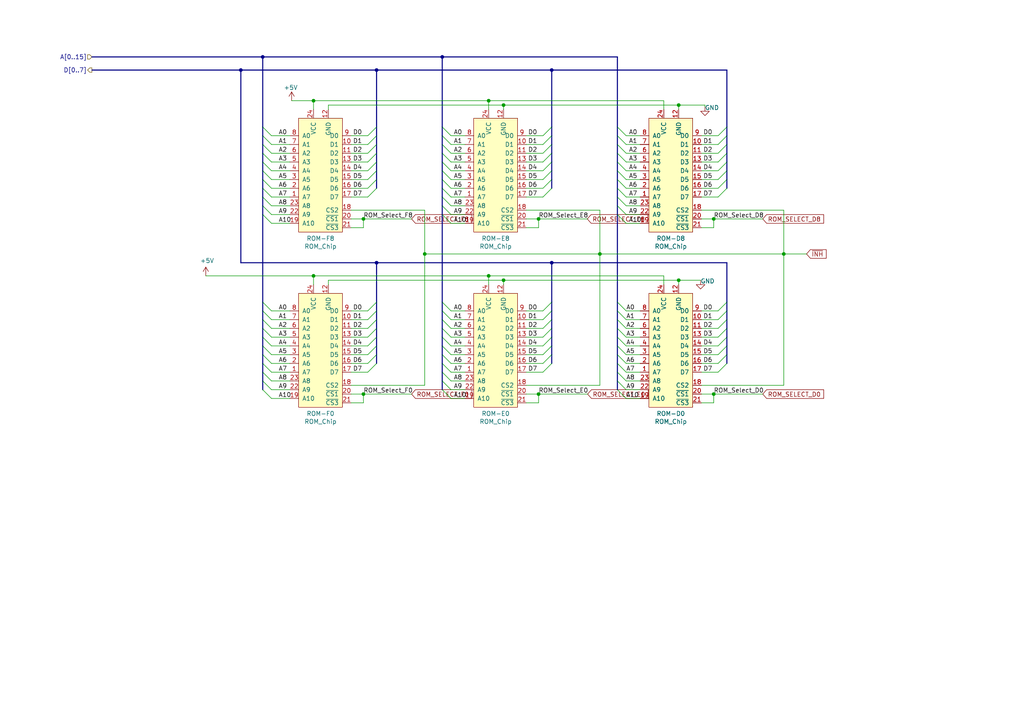
<source format=kicad_sch>
(kicad_sch (version 20231120) (generator "eeschema") (generator_version "8.0")
  (paper "A4")
  (title_block (title "Apple II Schematic") (rev "0") (comment 1 "Captured from the Apple II Reference Manual (1979)"))
  (lib_symbols
    (symbol "AppleII+:ROM_Chip" (pin_names (offset 1.016))
      (property "Reference" "U" (at 5.842 21.59 0))
      (property "Value" "ROM_Chip" (at 3.048 -13.97 0))
      (symbol "ROM_Chip_0_1"
        (rectangle (start -5.08 20.32) (end 7.62 -12.7) (fill (type background)))
      )
      (symbol "ROM_Chip_1_1"
        (pin input line (at -7.62 -2.54 0) (length 2.54) (name "A7") (number "1"))
        (pin output line (at 10.16 12.7 180) (length 2.54) (name "D1") (number "10"))
        (pin output line (at 10.16 10.16 180) (length 2.54) (name "D2") (number "11"))
        (pin power_in line (at 3.556 22.86 270) (length 2.54) (name "GND") (number "12"))
        (pin output line (at 10.16 7.62 180) (length 2.54) (name "D3") (number "13"))
        (pin output line (at 10.16 5.08 180) (length 2.54) (name "D4") (number "14"))
        (pin output line (at 10.16 2.54 180) (length 2.54) (name "D5") (number "15"))
        (pin output line (at 10.16 0 180) (length 2.54) (name "D6") (number "16"))
        (pin output line (at 10.16 -2.54 180) (length 2.54) (name "D7") (number "17"))
        (pin input line (at 10.16 -6.35 180) (length 2.54) (name "CS2") (number "18"))
        (pin input line (at -7.62 -10.16 0) (length 2.54) (name "A10") (number "19"))
        (pin input line (at -7.62 0 0) (length 2.54) (name "A6") (number "2"))
        (pin input line (at 10.16 -8.89 180) (length 2.54) (name "~{CS1}") (number "20"))
        (pin input line (at 10.16 -11.43 180) (length 2.54) (name "~{CS3}") (number "21"))
        (pin input line (at -7.62 -7.62 0) (length 2.54) (name "A9") (number "22"))
        (pin input line (at -7.62 -5.08 0) (length 2.54) (name "A8") (number "23"))
        (pin power_in line (at -0.762 22.86 270) (length 2.54) (name "VCC") (number "24"))
        (pin input line (at -7.62 2.54 0) (length 2.54) (name "A5") (number "3"))
        (pin input line (at -7.62 5.08 0) (length 2.54) (name "A4") (number "4"))
        (pin input line (at -7.62 7.62 0) (length 2.54) (name "A3") (number "5"))
        (pin input line (at -7.62 10.16 0) (length 2.54) (name "A2") (number "6"))
        (pin input line (at -7.62 12.7 0) (length 2.54) (name "A1") (number "7"))
        (pin input line (at -7.62 15.24 0) (length 2.54) (name "A0") (number "8"))
        (pin output line (at 10.16 15.24 180) (length 2.54) (name "D0") (number "9"))
      )
    )
    (symbol "power:+5V" (power) (pin_names (offset 0))
      (property "Value" "+5V" (at 0 3.556 0))
      (symbol "+5V_0_1"
        (polyline (pts (xy -0.762 1.27) (xy 0 2.54)))
        (polyline (pts (xy 0 0) (xy 0 2.54)))
        (polyline (pts (xy 0 2.54) (xy 0.762 1.27)))
      )
      (symbol "+5V_1_1"
        (pin power_in line (at 0 0 90) (length 0) hide (name "+5V") (number "1"))
      )
    )
    (symbol "power:GND" (power) (pin_names (offset 0))
      (property "Value" "GND" (at 0 -3.81 0))
      (symbol "GND_0_1"
        (polyline (pts (xy 0 0) (xy 0 -1.27) (xy 1.27 -1.27) (xy 0 -2.54) (xy -1.27 -1.27) (xy 0 -1.27)))
      )
      (symbol "GND_1_1"
        (pin power_in line (at 0 0 270) (length 0) hide (name "GND") (number "1"))
      )
    )
  )
  (junction (at 90.932 29.21))
  (junction (at 156.21 114.3))
  (junction (at 105.41 114.3))
  (junction (at 141.732 29.21))
  (junction (at 146.05 30.48))
  (junction (at 156.21 63.5))
  (junction (at 173.99 73.66))
  (junction (at 123.19 73.66))
  (junction (at 207.01 63.5))
  (junction (at 109.22 20.32))
  (junction (at 160.02 76.2))
  (junction (at 141.732 80.01))
  (junction (at 69.85 20.32))
  (junction (at 196.85 81.28))
  (junction (at 109.22 76.2))
  (junction (at 227.33 73.66))
  (junction (at 196.85 30.48))
  (junction (at 90.932 80.01))
  (junction (at 105.41 63.5))
  (junction (at 160.02 20.32))
  (junction (at 207.01 114.3))
  (junction (at 128.27 16.51))
  (junction (at 76.2 16.51))
  (junction (at 146.05 81.28))
  (bus_entry (at 128.27 92.71) (size 2.54 2.54))
  (bus_entry (at 179.07 39.37) (size 2.54 2.54))
  (bus_entry (at 160.02 44.45) (size -2.54 2.54))
  (bus_entry (at 160.02 87.63) (size -2.54 2.54))
  (bus_entry (at 128.27 41.91) (size 2.54 2.54))
  (bus_entry (at 76.2 90.17) (size 2.54 2.54))
  (bus_entry (at 179.07 54.61) (size 2.54 2.54))
  (bus_entry (at 210.82 39.37) (size -2.54 2.54))
  (bus_entry (at 128.27 90.17) (size 2.54 2.54))
  (bus_entry (at 179.07 36.83) (size 2.54 2.54))
  (bus_entry (at 160.02 46.99) (size -2.54 2.54))
  (bus_entry (at 210.82 90.17) (size -2.54 2.54))
  (bus_entry (at 109.22 54.61) (size -2.54 2.54))
  (bus_entry (at 179.07 57.15) (size 2.54 2.54))
  (bus_entry (at 109.22 102.87) (size -2.54 2.54))
  (bus_entry (at 179.07 92.71) (size 2.54 2.54))
  (bus_entry (at 210.82 92.71) (size -2.54 2.54))
  (bus_entry (at 128.27 95.25) (size 2.54 2.54))
  (bus_entry (at 76.2 92.71) (size 2.54 2.54))
  (bus_entry (at 128.27 100.33) (size 2.54 2.54))
  (bus_entry (at 76.2 59.69) (size 2.54 2.54))
  (bus_entry (at 128.27 39.37) (size 2.54 2.54))
  (bus_entry (at 160.02 39.37) (size -2.54 2.54))
  (bus_entry (at 109.22 46.99) (size -2.54 2.54))
  (bus_entry (at 210.82 41.91) (size -2.54 2.54))
  (bus_entry (at 76.2 39.37) (size 2.54 2.54))
  (bus_entry (at 128.27 44.45) (size 2.54 2.54))
  (bus_entry (at 210.82 97.79) (size -2.54 2.54))
  (bus_entry (at 160.02 92.71) (size -2.54 2.54))
  (bus_entry (at 160.02 52.07) (size -2.54 2.54))
  (bus_entry (at 109.22 95.25) (size -2.54 2.54))
  (bus_entry (at 76.2 102.87) (size 2.54 2.54))
  (bus_entry (at 179.07 102.87) (size 2.54 2.54))
  (bus_entry (at 109.22 100.33) (size -2.54 2.54))
  (bus_entry (at 210.82 44.45) (size -2.54 2.54))
  (bus_entry (at 128.27 113.03) (size 2.54 2.54))
  (bus_entry (at 210.82 105.41) (size -2.54 2.54))
  (bus_entry (at 179.07 62.23) (size 2.54 2.54))
  (bus_entry (at 179.07 46.99) (size 2.54 2.54))
  (bus_entry (at 76.2 110.49) (size 2.54 2.54))
  (bus_entry (at 128.27 97.79) (size 2.54 2.54))
  (bus_entry (at 109.22 92.71) (size -2.54 2.54))
  (bus_entry (at 76.2 97.79) (size 2.54 2.54))
  (bus_entry (at 76.2 95.25) (size 2.54 2.54))
  (bus_entry (at 210.82 87.63) (size -2.54 2.54))
  (bus_entry (at 109.22 105.41) (size -2.54 2.54))
  (bus_entry (at 179.07 41.91) (size 2.54 2.54))
  (bus_entry (at 210.82 49.53) (size -2.54 2.54))
  (bus_entry (at 128.27 105.41) (size 2.54 2.54))
  (bus_entry (at 128.27 54.61) (size 2.54 2.54))
  (bus_entry (at 179.07 59.69) (size 2.54 2.54))
  (bus_entry (at 76.2 52.07) (size 2.54 2.54))
  (bus_entry (at 179.07 100.33) (size 2.54 2.54))
  (bus_entry (at 109.22 97.79) (size -2.54 2.54))
  (bus_entry (at 160.02 36.83) (size -2.54 2.54))
  (bus_entry (at 76.2 44.45) (size 2.54 2.54))
  (bus_entry (at 179.07 87.63) (size 2.54 2.54))
  (bus_entry (at 128.27 59.69) (size 2.54 2.54))
  (bus_entry (at 179.07 97.79) (size 2.54 2.54))
  (bus_entry (at 179.07 49.53) (size 2.54 2.54))
  (bus_entry (at 76.2 36.83) (size 2.54 2.54))
  (bus_entry (at 76.2 105.41) (size 2.54 2.54))
  (bus_entry (at 210.82 36.83) (size -2.54 2.54))
  (bus_entry (at 76.2 57.15) (size 2.54 2.54))
  (bus_entry (at 76.2 49.53) (size 2.54 2.54))
  (bus_entry (at 128.27 57.15) (size 2.54 2.54))
  (bus_entry (at 109.22 52.07) (size -2.54 2.54))
  (bus_entry (at 179.07 107.95) (size 2.54 2.54))
  (bus_entry (at 179.07 95.25) (size 2.54 2.54))
  (bus_entry (at 76.2 113.03) (size 2.54 2.54))
  (bus_entry (at 160.02 90.17) (size -2.54 2.54))
  (bus_entry (at 160.02 100.33) (size -2.54 2.54))
  (bus_entry (at 76.2 41.91) (size 2.54 2.54))
  (bus_entry (at 210.82 52.07) (size -2.54 2.54))
  (bus_entry (at 128.27 62.23) (size 2.54 2.54))
  (bus_entry (at 109.22 36.83) (size -2.54 2.54))
  (bus_entry (at 179.07 90.17) (size 2.54 2.54))
  (bus_entry (at 160.02 102.87) (size -2.54 2.54))
  (bus_entry (at 109.22 41.91) (size -2.54 2.54))
  (bus_entry (at 210.82 95.25) (size -2.54 2.54))
  (bus_entry (at 109.22 90.17) (size -2.54 2.54))
  (bus_entry (at 128.27 102.87) (size 2.54 2.54))
  (bus_entry (at 210.82 100.33) (size -2.54 2.54))
  (bus_entry (at 128.27 46.99) (size 2.54 2.54))
  (bus_entry (at 160.02 95.25) (size -2.54 2.54))
  (bus_entry (at 210.82 102.87) (size -2.54 2.54))
  (bus_entry (at 210.82 46.99) (size -2.54 2.54))
  (bus_entry (at 76.2 107.95) (size 2.54 2.54))
  (bus_entry (at 128.27 107.95) (size 2.54 2.54))
  (bus_entry (at 179.07 110.49) (size 2.54 2.54))
  (bus_entry (at 179.07 44.45) (size 2.54 2.54))
  (bus_entry (at 76.2 87.63) (size 2.54 2.54))
  (bus_entry (at 160.02 49.53) (size -2.54 2.54))
  (bus_entry (at 109.22 49.53) (size -2.54 2.54))
  (bus_entry (at 210.82 54.61) (size -2.54 2.54))
  (bus_entry (at 76.2 54.61) (size 2.54 2.54))
  (bus_entry (at 76.2 100.33) (size 2.54 2.54))
  (bus_entry (at 109.22 39.37) (size -2.54 2.54))
  (bus_entry (at 160.02 97.79) (size -2.54 2.54))
  (bus_entry (at 109.22 44.45) (size -2.54 2.54))
  (bus_entry (at 128.27 52.07) (size 2.54 2.54))
  (bus_entry (at 179.07 52.07) (size 2.54 2.54))
  (bus_entry (at 128.27 49.53) (size 2.54 2.54))
  (bus_entry (at 76.2 62.23) (size 2.54 2.54))
  (bus_entry (at 160.02 41.91) (size -2.54 2.54))
  (bus_entry (at 128.27 87.63) (size 2.54 2.54))
  (bus_entry (at 160.02 54.61) (size -2.54 2.54))
  (bus_entry (at 179.07 113.03) (size 2.54 2.54))
  (bus_entry (at 76.2 46.99) (size 2.54 2.54))
  (bus_entry (at 128.27 36.83) (size 2.54 2.54))
  (bus_entry (at 128.27 110.49) (size 2.54 2.54))
  (bus_entry (at 160.02 105.41) (size -2.54 2.54))
  (bus_entry (at 109.22 87.63) (size -2.54 2.54))
  (bus_entry (at 179.07 105.41) (size 2.54 2.54))
  (bus (pts (xy 109.22 76.2) (xy 69.85 76.2)))
  (wire (pts (xy 203.454 114.3) (xy 207.01 114.3)))
  (wire (pts (xy 152.654 54.61) (xy 157.48 54.61)))
  (wire (pts (xy 152.654 105.41) (xy 157.48 105.41)))
  (wire (pts (xy 203.454 49.53) (xy 208.28 49.53)))
  (wire (pts (xy 101.854 92.71) (xy 106.68 92.71)))
  (wire (pts (xy 105.41 116.84) (xy 101.854 116.84)))
  (wire (pts (xy 152.654 44.45) (xy 157.48 44.45)))
  (wire (pts (xy 95.25 30.48) (xy 95.25 31.75)))
  (wire (pts (xy 156.21 63.5) (xy 170.434 63.5)))
  (wire (pts (xy 130.81 54.61) (xy 134.874 54.61)))
  (bus (pts (xy 210.82 39.37) (xy 210.82 41.91)))
  (bus (pts (xy 109.22 36.83) (xy 109.22 39.37)))
  (bus (pts (xy 109.22 39.37) (xy 109.22 41.91)))
  (wire (pts (xy 141.732 82.55) (xy 141.732 80.01)))
  (bus (pts (xy 210.82 102.87) (xy 210.82 105.41)))
  (wire (pts (xy 78.74 59.69) (xy 84.074 59.69)))
  (wire (pts (xy 101.854 107.95) (xy 106.68 107.95)))
  (wire (pts (xy 203.454 39.37) (xy 208.28 39.37)))
  (wire (pts (xy 181.61 115.57) (xy 185.674 115.57)))
  (bus (pts (xy 26.67 16.51) (xy 76.2 16.51)))
  (wire (pts (xy 152.654 111.76) (xy 173.99 111.76)))
  (wire (pts (xy 152.654 100.33) (xy 157.48 100.33)))
  (bus (pts (xy 109.22 97.79) (xy 109.22 100.33)))
  (wire (pts (xy 95.25 81.28) (xy 95.25 82.55)))
  (bus (pts (xy 76.2 92.71) (xy 76.2 95.25)))
  (wire (pts (xy 152.654 39.37) (xy 157.48 39.37)))
  (wire (pts (xy 101.854 97.79) (xy 106.68 97.79)))
  (wire (pts (xy 130.81 115.57) (xy 134.874 115.57)))
  (wire (pts (xy 101.854 100.33) (xy 106.68 100.33)))
  (bus (pts (xy 128.27 87.63) (xy 128.27 90.17)))
  (bus (pts (xy 210.82 76.2) (xy 210.82 87.63)))
  (wire (pts (xy 196.85 81.28) (xy 196.85 82.55)))
  (bus (pts (xy 160.02 76.2) (xy 210.82 76.2)))
  (wire (pts (xy 105.41 63.5) (xy 119.38 63.5)))
  (wire (pts (xy 78.74 92.71) (xy 84.074 92.71)))
  (wire (pts (xy 173.99 73.66) (xy 123.19 73.66)))
  (bus (pts (xy 179.07 16.51) (xy 179.07 36.83)))
  (wire (pts (xy 78.74 97.79) (xy 84.074 97.79)))
  (wire (pts (xy 152.654 90.17) (xy 157.48 90.17)))
  (bus (pts (xy 210.82 20.32) (xy 210.82 36.83)))
  (bus (pts (xy 179.07 102.87) (xy 179.07 105.41)))
  (bus (pts (xy 160.02 20.32) (xy 210.82 20.32)))
  (wire (pts (xy 105.41 114.3) (xy 105.41 116.84)))
  (wire (pts (xy 59.69 80.01) (xy 90.932 80.01)))
  (bus (pts (xy 76.2 107.95) (xy 76.2 110.49)))
  (bus (pts (xy 76.2 97.79) (xy 76.2 100.33)))
  (bus (pts (xy 210.82 100.33) (xy 210.82 102.87)))
  (wire (pts (xy 130.81 110.49) (xy 134.874 110.49)))
  (wire (pts (xy 101.854 41.91) (xy 106.68 41.91)))
  (bus (pts (xy 109.22 100.33) (xy 109.22 102.87)))
  (wire (pts (xy 203.454 60.96) (xy 227.33 60.96)))
  (wire (pts (xy 78.74 102.87) (xy 84.074 102.87)))
  (wire (pts (xy 181.61 57.15) (xy 185.674 57.15)))
  (wire (pts (xy 173.99 111.76) (xy 173.99 73.66)))
  (wire (pts (xy 152.654 107.95) (xy 157.48 107.95)))
  (bus (pts (xy 128.27 16.51) (xy 128.27 36.83)))
  (wire (pts (xy 152.654 52.07) (xy 157.48 52.07)))
  (bus (pts (xy 179.07 110.49) (xy 179.07 113.03)))
  (wire (pts (xy 78.74 64.77) (xy 84.074 64.77)))
  (wire (pts (xy 105.41 66.04) (xy 101.854 66.04)))
  (bus (pts (xy 109.22 49.53) (xy 109.22 52.07)))
  (wire (pts (xy 203.454 41.91) (xy 208.28 41.91)))
  (bus (pts (xy 210.82 44.45) (xy 210.82 46.99)))
  (bus (pts (xy 128.27 62.23) (xy 128.27 87.63)))
  (wire (pts (xy 78.74 39.37) (xy 84.074 39.37)))
  (wire (pts (xy 130.81 41.91) (xy 134.874 41.91)))
  (wire (pts (xy 181.61 49.53) (xy 185.674 49.53)))
  (bus (pts (xy 128.27 110.49) (xy 128.27 113.03)))
  (wire (pts (xy 130.81 90.17) (xy 134.874 90.17)))
  (wire (pts (xy 130.81 57.15) (xy 134.874 57.15)))
  (bus (pts (xy 179.07 90.17) (xy 179.07 92.71)))
  (bus (pts (xy 179.07 100.33) (xy 179.07 102.87)))
  (wire (pts (xy 181.61 44.45) (xy 185.674 44.45)))
  (wire (pts (xy 78.74 113.03) (xy 84.074 113.03)))
  (wire (pts (xy 156.21 114.3) (xy 156.21 116.84)))
  (bus (pts (xy 76.2 59.69) (xy 76.2 62.23)))
  (bus (pts (xy 128.27 54.61) (xy 128.27 57.15)))
  (wire (pts (xy 105.41 114.3) (xy 119.38 114.3)))
  (bus (pts (xy 179.07 52.07) (xy 179.07 54.61)))
  (bus (pts (xy 179.07 105.41) (xy 179.07 107.95)))
  (bus (pts (xy 76.2 41.91) (xy 76.2 44.45)))
  (wire (pts (xy 78.74 41.91) (xy 84.074 41.91)))
  (bus (pts (xy 76.2 87.63) (xy 76.2 90.17)))
  (wire (pts (xy 181.61 54.61) (xy 185.674 54.61)))
  (bus (pts (xy 76.2 46.99) (xy 76.2 49.53)))
  (bus (pts (xy 109.22 102.87) (xy 109.22 105.41)))
  (wire (pts (xy 152.654 114.3) (xy 156.21 114.3)))
  (wire (pts (xy 173.99 60.96) (xy 152.654 60.96)))
  (bus (pts (xy 160.02 95.25) (xy 160.02 97.79)))
  (bus (pts (xy 76.2 62.23) (xy 76.2 87.63)))
  (bus (pts (xy 160.02 36.83) (xy 160.02 39.37)))
  (wire (pts (xy 181.61 92.71) (xy 185.674 92.71)))
  (bus (pts (xy 210.82 49.53) (xy 210.82 52.07)))
  (wire (pts (xy 101.854 105.41) (xy 106.68 105.41)))
  (wire (pts (xy 181.61 107.95) (xy 185.674 107.95)))
  (wire (pts (xy 181.61 41.91) (xy 185.674 41.91)))
  (wire (pts (xy 152.654 95.25) (xy 157.48 95.25)))
  (wire (pts (xy 84.582 29.21) (xy 90.932 29.21)))
  (bus (pts (xy 179.07 95.25) (xy 179.07 97.79)))
  (wire (pts (xy 152.654 92.71) (xy 157.48 92.71)))
  (bus (pts (xy 109.22 76.2) (xy 160.02 76.2)))
  (wire (pts (xy 203.454 100.33) (xy 208.28 100.33)))
  (bus (pts (xy 76.2 95.25) (xy 76.2 97.79)))
  (wire (pts (xy 203.454 63.5) (xy 207.01 63.5)))
  (bus (pts (xy 109.22 87.63) (xy 109.22 90.17)))
  (wire (pts (xy 101.854 39.37) (xy 106.68 39.37)))
  (wire (pts (xy 130.81 102.87) (xy 134.874 102.87)))
  (bus (pts (xy 210.82 92.71) (xy 210.82 95.25)))
  (bus (pts (xy 160.02 52.07) (xy 160.02 54.61)))
  (wire (pts (xy 203.454 54.61) (xy 208.28 54.61)))
  (wire (pts (xy 203.454 111.76) (xy 227.33 111.76)))
  (wire (pts (xy 78.74 44.45) (xy 84.074 44.45)))
  (wire (pts (xy 203.454 95.25) (xy 208.28 95.25)))
  (wire (pts (xy 90.932 80.01) (xy 141.732 80.01)))
  (wire (pts (xy 173.99 73.66) (xy 227.33 73.66)))
  (wire (pts (xy 78.74 90.17) (xy 84.074 90.17)))
  (wire (pts (xy 101.854 44.45) (xy 106.68 44.45)))
  (wire (pts (xy 181.61 90.17) (xy 185.674 90.17)))
  (wire (pts (xy 203.454 44.45) (xy 208.28 44.45)))
  (bus (pts (xy 109.22 44.45) (xy 109.22 46.99)))
  (bus (pts (xy 128.27 49.53) (xy 128.27 52.07)))
  (wire (pts (xy 130.81 44.45) (xy 134.874 44.45)))
  (bus (pts (xy 160.02 90.17) (xy 160.02 92.71)))
  (bus (pts (xy 128.27 102.87) (xy 128.27 105.41)))
  (bus (pts (xy 210.82 90.17) (xy 210.82 92.71)))
  (bus (pts (xy 179.07 62.23) (xy 179.07 87.63)))
  (wire (pts (xy 181.61 110.49) (xy 185.674 110.49)))
  (bus (pts (xy 26.67 20.32) (xy 69.85 20.32)))
  (wire (pts (xy 141.732 80.01) (xy 192.532 80.01)))
  (bus (pts (xy 109.22 92.71) (xy 109.22 95.25)))
  (wire (pts (xy 156.21 114.3) (xy 170.434 114.3)))
  (wire (pts (xy 207.01 116.84) (xy 203.454 116.84)))
  (bus (pts (xy 179.07 92.71) (xy 179.07 95.25)))
  (bus (pts (xy 179.07 41.91) (xy 179.07 44.45)))
  (wire (pts (xy 152.654 97.79) (xy 157.48 97.79)))
  (wire (pts (xy 203.454 46.99) (xy 208.28 46.99)))
  (wire (pts (xy 181.61 97.79) (xy 185.674 97.79)))
  (wire (pts (xy 203.454 92.71) (xy 208.28 92.71)))
  (wire (pts (xy 207.01 63.5) (xy 207.01 66.04)))
  (wire (pts (xy 101.854 63.5) (xy 105.41 63.5)))
  (bus (pts (xy 128.27 107.95) (xy 128.27 110.49)))
  (wire (pts (xy 101.854 95.25) (xy 106.68 95.25)))
  (wire (pts (xy 181.61 95.25) (xy 185.674 95.25)))
  (wire (pts (xy 101.854 111.76) (xy 123.19 111.76)))
  (bus (pts (xy 179.07 97.79) (xy 179.07 100.33)))
  (wire (pts (xy 130.81 52.07) (xy 134.874 52.07)))
  (wire (pts (xy 78.74 52.07) (xy 84.074 52.07)))
  (wire (pts (xy 141.732 29.21) (xy 192.532 29.21)))
  (wire (pts (xy 152.654 57.15) (xy 157.48 57.15)))
  (bus (pts (xy 76.2 36.83) (xy 76.2 39.37)))
  (wire (pts (xy 78.74 57.15) (xy 84.074 57.15)))
  (wire (pts (xy 105.41 63.5) (xy 105.41 66.04)))
  (wire (pts (xy 123.19 73.66) (xy 123.19 60.96)))
  (wire (pts (xy 203.454 107.95) (xy 208.28 107.95)))
  (bus (pts (xy 109.22 20.32) (xy 160.02 20.32)))
  (bus (pts (xy 76.2 90.17) (xy 76.2 92.71)))
  (wire (pts (xy 227.33 111.76) (xy 227.33 73.66)))
  (bus (pts (xy 179.07 49.53) (xy 179.07 52.07)))
  (bus (pts (xy 128.27 52.07) (xy 128.27 54.61)))
  (bus (pts (xy 128.27 16.51) (xy 179.07 16.51)))
  (bus (pts (xy 210.82 41.91) (xy 210.82 44.45)))
  (bus (pts (xy 128.27 90.17) (xy 128.27 92.71)))
  (wire (pts (xy 78.74 49.53) (xy 84.074 49.53)))
  (bus (pts (xy 179.07 57.15) (xy 179.07 59.69)))
  (bus (pts (xy 76.2 16.51) (xy 128.27 16.51)))
  (wire (pts (xy 181.61 39.37) (xy 185.674 39.37)))
  (wire (pts (xy 227.33 60.96) (xy 227.33 73.66)))
  (bus (pts (xy 69.85 20.32) (xy 109.22 20.32)))
  (bus (pts (xy 160.02 39.37) (xy 160.02 41.91)))
  (bus (pts (xy 179.07 59.69) (xy 179.07 62.23)))
  (wire (pts (xy 181.61 62.23) (xy 185.674 62.23)))
  (bus (pts (xy 128.27 92.71) (xy 128.27 95.25)))
  (wire (pts (xy 146.05 30.48) (xy 95.25 30.48)))
  (bus (pts (xy 109.22 76.2) (xy 109.22 87.63)))
  (wire (pts (xy 101.854 102.87) (xy 106.68 102.87)))
  (bus (pts (xy 76.2 105.41) (xy 76.2 107.95)))
  (wire (pts (xy 192.532 29.21) (xy 192.532 31.75)))
  (wire (pts (xy 78.74 100.33) (xy 84.074 100.33)))
  (wire (pts (xy 181.61 64.77) (xy 185.674 64.77)))
  (bus (pts (xy 76.2 16.51) (xy 76.2 36.83)))
  (bus (pts (xy 128.27 46.99) (xy 128.27 49.53)))
  (wire (pts (xy 130.81 49.53) (xy 134.874 49.53)))
  (wire (pts (xy 203.454 105.41) (xy 208.28 105.41)))
  (wire (pts (xy 130.81 62.23) (xy 134.874 62.23)))
  (bus (pts (xy 160.02 100.33) (xy 160.02 102.87)))
  (wire (pts (xy 203.454 90.17) (xy 208.28 90.17)))
  (bus (pts (xy 109.22 46.99) (xy 109.22 49.53)))
  (bus (pts (xy 210.82 95.25) (xy 210.82 97.79)))
  (bus (pts (xy 128.27 39.37) (xy 128.27 41.91)))
  (wire (pts (xy 123.19 111.76) (xy 123.19 73.66)))
  (wire (pts (xy 181.61 59.69) (xy 185.674 59.69)))
  (wire (pts (xy 78.74 54.61) (xy 84.074 54.61)))
  (wire (pts (xy 204.47 30.988) (xy 204.47 30.48)))
  (wire (pts (xy 130.81 100.33) (xy 134.874 100.33)))
  (wire (pts (xy 90.932 29.21) (xy 141.732 29.21)))
  (wire (pts (xy 181.61 46.99) (xy 185.674 46.99)))
  (wire (pts (xy 173.99 73.66) (xy 173.99 60.96)))
  (wire (pts (xy 227.33 73.66) (xy 233.934 73.66)))
  (wire (pts (xy 101.854 52.07) (xy 106.68 52.07)))
  (wire (pts (xy 152.654 49.53) (xy 157.48 49.53)))
  (bus (pts (xy 160.02 97.79) (xy 160.02 100.33)))
  (wire (pts (xy 78.74 95.25) (xy 84.074 95.25)))
  (wire (pts (xy 152.654 102.87) (xy 157.48 102.87)))
  (bus (pts (xy 76.2 44.45) (xy 76.2 46.99)))
  (wire (pts (xy 204.47 30.48) (xy 196.85 30.48)))
  (wire (pts (xy 130.81 59.69) (xy 134.874 59.69)))
  (bus (pts (xy 76.2 100.33) (xy 76.2 102.87)))
  (wire (pts (xy 181.61 105.41) (xy 185.674 105.41)))
  (wire (pts (xy 152.654 41.91) (xy 157.48 41.91)))
  (bus (pts (xy 128.27 105.41) (xy 128.27 107.95)))
  (wire (pts (xy 196.85 81.28) (xy 203.2 81.28)))
  (wire (pts (xy 130.81 46.99) (xy 134.874 46.99)))
  (wire (pts (xy 123.19 60.96) (xy 101.854 60.96)))
  (bus (pts (xy 160.02 49.53) (xy 160.02 52.07)))
  (wire (pts (xy 156.21 116.84) (xy 152.654 116.84)))
  (wire (pts (xy 130.81 39.37) (xy 134.874 39.37)))
  (bus (pts (xy 76.2 57.15) (xy 76.2 59.69)))
  (bus (pts (xy 179.07 36.83) (xy 179.07 39.37)))
  (bus (pts (xy 179.07 46.99) (xy 179.07 49.53)))
  (wire (pts (xy 130.81 113.03) (xy 134.874 113.03)))
  (bus (pts (xy 76.2 110.49) (xy 76.2 113.03)))
  (wire (pts (xy 181.61 113.03) (xy 185.674 113.03)))
  (bus (pts (xy 160.02 102.87) (xy 160.02 105.41)))
  (wire (pts (xy 196.85 31.75) (xy 196.85 30.48)))
  (wire (pts (xy 78.74 115.57) (xy 84.074 115.57)))
  (wire (pts (xy 101.854 57.15) (xy 106.68 57.15)))
  (bus (pts (xy 76.2 54.61) (xy 76.2 57.15)))
  (bus (pts (xy 210.82 87.63) (xy 210.82 90.17)))
  (wire (pts (xy 156.21 63.5) (xy 156.21 66.04)))
  (wire (pts (xy 78.74 105.41) (xy 84.074 105.41)))
  (wire (pts (xy 101.854 114.3) (xy 105.41 114.3)))
  (wire (pts (xy 130.81 95.25) (xy 134.874 95.25)))
  (wire (pts (xy 78.74 107.95) (xy 84.074 107.95)))
  (bus (pts (xy 109.22 52.07) (xy 109.22 54.61)))
  (bus (pts (xy 109.22 41.91) (xy 109.22 44.45)))
  (bus (pts (xy 179.07 44.45) (xy 179.07 46.99)))
  (wire (pts (xy 207.01 114.3) (xy 207.01 116.84)))
  (wire (pts (xy 192.532 80.01) (xy 192.532 82.55)))
  (bus (pts (xy 109.22 95.25) (xy 109.22 97.79)))
  (wire (pts (xy 101.854 54.61) (xy 106.68 54.61)))
  (wire (pts (xy 203.454 52.07) (xy 208.28 52.07)))
  (bus (pts (xy 210.82 97.79) (xy 210.82 100.33)))
  (bus (pts (xy 128.27 97.79) (xy 128.27 100.33)))
  (bus (pts (xy 76.2 52.07) (xy 76.2 54.61)))
  (bus (pts (xy 76.2 39.37) (xy 76.2 41.91)))
  (bus (pts (xy 128.27 95.25) (xy 128.27 97.79)))
  (wire (pts (xy 146.05 81.28) (xy 95.25 81.28)))
  (wire (pts (xy 90.932 82.55) (xy 90.932 80.01)))
  (bus (pts (xy 128.27 44.45) (xy 128.27 46.99)))
  (wire (pts (xy 130.81 64.77) (xy 134.874 64.77)))
  (wire (pts (xy 152.654 63.5) (xy 156.21 63.5)))
  (wire (pts (xy 130.81 97.79) (xy 134.874 97.79)))
  (bus (pts (xy 160.02 76.2) (xy 160.02 87.63)))
  (wire (pts (xy 156.21 66.04) (xy 152.654 66.04)))
  (wire (pts (xy 141.732 31.75) (xy 141.732 29.21)))
  (wire (pts (xy 203.454 57.15) (xy 208.28 57.15)))
  (bus (pts (xy 128.27 41.91) (xy 128.27 44.45)))
  (wire (pts (xy 78.74 46.99) (xy 84.074 46.99)))
  (wire (pts (xy 203.454 97.79) (xy 208.28 97.79)))
  (wire (pts (xy 181.61 100.33) (xy 185.674 100.33)))
  (wire (pts (xy 130.81 105.41) (xy 134.874 105.41)))
  (bus (pts (xy 179.07 54.61) (xy 179.07 57.15)))
  (bus (pts (xy 128.27 100.33) (xy 128.27 102.87)))
  (bus (pts (xy 210.82 46.99) (xy 210.82 49.53)))
  (bus (pts (xy 128.27 57.15) (xy 128.27 59.69)))
  (bus (pts (xy 109.22 20.32) (xy 109.22 36.83)))
  (wire (pts (xy 196.85 30.48) (xy 146.05 30.48)))
  (bus (pts (xy 76.2 102.87) (xy 76.2 105.41)))
  (bus (pts (xy 179.07 107.95) (xy 179.07 110.49)))
  (wire (pts (xy 152.654 46.99) (xy 157.48 46.99)))
  (wire (pts (xy 90.932 31.75) (xy 90.932 29.21)))
  (bus (pts (xy 160.02 44.45) (xy 160.02 46.99)))
  (wire (pts (xy 130.81 92.71) (xy 134.874 92.71)))
  (wire (pts (xy 207.01 114.3) (xy 221.234 114.3)))
  (bus (pts (xy 210.82 52.07) (xy 210.82 54.61)))
  (wire (pts (xy 207.01 66.04) (xy 203.454 66.04)))
  (wire (pts (xy 78.74 62.23) (xy 84.074 62.23)))
  (bus (pts (xy 160.02 87.63) (xy 160.02 90.17)))
  (wire (pts (xy 101.854 49.53) (xy 106.68 49.53)))
  (wire (pts (xy 101.854 46.99) (xy 106.68 46.99)))
  (wire (pts (xy 146.05 31.75) (xy 146.05 30.48)))
  (wire (pts (xy 78.74 110.49) (xy 84.074 110.49)))
  (bus (pts (xy 179.07 39.37) (xy 179.07 41.91)))
  (wire (pts (xy 146.05 82.55) (xy 146.05 81.28)))
  (bus (pts (xy 160.02 41.91) (xy 160.02 44.45)))
  (wire (pts (xy 196.85 81.28) (xy 146.05 81.28)))
  (bus (pts (xy 160.02 20.32) (xy 160.02 36.83)))
  (bus (pts (xy 109.22 90.17) (xy 109.22 92.71)))
  (wire (pts (xy 181.61 102.87) (xy 185.674 102.87)))
  (bus (pts (xy 160.02 46.99) (xy 160.02 49.53)))
  (wire (pts (xy 203.454 102.87) (xy 208.28 102.87)))
  (wire (pts (xy 130.81 107.95) (xy 134.874 107.95)))
  (bus (pts (xy 76.2 49.53) (xy 76.2 52.07)))
  (bus (pts (xy 128.27 36.83) (xy 128.27 39.37)))
  (bus (pts (xy 128.27 59.69) (xy 128.27 62.23)))
  (wire (pts (xy 181.61 52.07) (xy 185.674 52.07)))
  (wire (pts (xy 207.01 63.5) (xy 221.234 63.5)))
  (bus (pts (xy 160.02 92.71) (xy 160.02 95.25)))
  (bus (pts (xy 210.82 36.83) (xy 210.82 39.37)))
  (wire (pts (xy 101.854 90.17) (xy 106.68 90.17)))
  (bus (pts (xy 179.07 87.63) (xy 179.07 90.17)))
  (bus (pts (xy 69.85 76.2) (xy 69.85 20.32)))
  (label "D7" (at 153.162 107.95 0))
  (label "D5" (at 153.162 102.87 0))
  (label "D0" (at 153.162 39.37 0))
  (label "D3" (at 102.362 97.79 0))
  (label "A4" (at 182.372 49.53 0))
  (label "A0" (at 181.61 90.17 0))
  (label "A1" (at 131.572 41.91 0))
  (label "A1" (at 181.61 92.71 0))
  (label "ROM_Select_F0" (at 105.41 114.3 0))
  (label "D7" (at 102.362 107.95 0))
  (label "A3" (at 80.772 97.79 0))
  (label "D7" (at 203.962 107.95 0))
  (label "A4" (at 80.772 49.53 0))
  (label "A10" (at 80.772 115.57 0))
  (label "D6" (at 203.962 105.41 0))
  (label "A0" (at 80.772 39.37 0))
  (label "A0" (at 182.372 39.37 0))
  (label "D2" (at 153.162 95.25 0))
  (label "D3" (at 203.962 46.99 0))
  (label "A10" (at 80.772 64.77 0))
  (label "A1" (at 80.772 41.91 0))
  (label "A6" (at 131.572 105.41 0))
  (label "D0" (at 102.362 39.37 0))
  (label "A8" (at 80.772 59.69 0))
  (label "D1" (at 203.962 92.71 0))
  (label "D2" (at 102.362 95.25 0))
  (label "A8" (at 182.372 59.69 0))
  (label "A2" (at 182.372 44.45 0))
  (label "D0" (at 203.962 39.37 0))
  (label "D4" (at 153.162 49.53 0))
  (label "A4" (at 80.772 100.33 0))
  (label "ROM_Select_D8" (at 207.01 63.5 0))
  (label "D6" (at 153.162 54.61 0))
  (label "A4" (at 131.572 49.53 0))
  (label "D1" (at 153.162 41.91 0))
  (label "D4" (at 153.162 100.33 0))
  (label "A6" (at 131.572 54.61 0))
  (label "D1" (at 102.362 92.71 0))
  (label "D3" (at 153.162 97.79 0))
  (label "A3" (at 131.572 97.79 0))
  (label "A5" (at 80.772 52.07 0))
  (label "D0" (at 102.362 90.17 0))
  (label "D5" (at 203.962 52.07 0))
  (label "A8" (at 131.572 59.69 0))
  (label "D1" (at 203.962 41.91 0))
  (label "A8" (at 131.572 110.49 0))
  (label "D6" (at 102.362 54.61 0))
  (label "D6" (at 153.162 105.41 0))
  (label "A8" (at 181.61 110.49 0))
  (label "A2" (at 80.772 44.45 0))
  (label "D2" (at 102.362 44.45 0))
  (label "A5" (at 182.372 52.07 0))
  (label "A5" (at 131.572 102.87 0))
  (label "A7" (at 131.572 107.95 0))
  (label "A3" (at 131.572 46.99 0))
  (label "A1" (at 182.372 41.91 0))
  (label "A4" (at 131.572 100.33 0))
  (label "A8" (at 80.772 110.49 0))
  (label "D6" (at 203.962 54.61 0))
  (label "A7" (at 131.572 57.15 0))
  (label "A2" (at 80.772 95.25 0))
  (label "A7" (at 181.61 107.95 0))
  (label "A6" (at 182.372 54.61 0))
  (label "D7" (at 153.162 57.15 0))
  (label "A5" (at 80.772 102.87 0))
  (label "A10" (at 181.61 115.57 0))
  (label "D5" (at 153.162 52.07 0))
  (label "D2" (at 203.962 44.45 0))
  (label "D3" (at 203.962 97.79 0))
  (label "ROM_Select_F8" (at 105.41 63.5 0))
  (label "A10" (at 131.572 64.77 0))
  (label "A0" (at 131.572 90.17 0))
  (label "A1" (at 80.772 92.71 0))
  (label "A3" (at 181.61 97.79 0))
  (label "D4" (at 203.962 49.53 0))
  (label "D4" (at 102.362 49.53 0))
  (label "D3" (at 102.362 46.99 0))
  (label "A3" (at 80.772 46.99 0))
  (label "D7" (at 203.962 57.15 0))
  (label "ROM_Select_D0" (at 207.01 114.3 0))
  (label "A2" (at 131.572 95.25 0))
  (label "A9" (at 131.572 113.03 0))
  (label "A6" (at 181.61 105.41 0))
  (label "A3" (at 182.372 46.99 0))
  (label "D4" (at 102.362 100.33 0))
  (label "A10" (at 131.572 115.57 0))
  (label "D2" (at 153.162 44.45 0))
  (label "D0" (at 203.962 90.17 0))
  (label "A9" (at 80.772 113.03 0))
  (label "D7" (at 102.362 57.15 0))
  (label "A4" (at 181.61 100.33 0))
  (label "D5" (at 102.362 102.87 0))
  (label "D3" (at 153.162 46.99 0))
  (label "ROM_Select_E0" (at 156.21 114.3 0))
  (label "A9" (at 131.572 62.23 0))
  (label "D1" (at 153.162 92.71 0))
  (label "A5" (at 181.61 102.87 0))
  (label "ROM_Select_E8" (at 156.21 63.5 0))
  (label "A7" (at 182.372 57.15 0))
  (label "A7" (at 80.772 107.95 0))
  (label "D4" (at 203.962 100.33 0))
  (label "A0" (at 80.772 90.17 0))
  (label "A1" (at 131.572 92.71 0))
  (label "A7" (at 80.772 57.15 0))
  (label "D2" (at 203.962 95.25 0))
  (label "D6" (at 102.362 105.41 0))
  (label "A9" (at 181.61 113.03 0))
  (label "D0" (at 153.162 90.17 0))
  (label "A9" (at 182.372 62.23 0))
  (label "A10" (at 182.372 64.77 0))
  (label "A6" (at 80.772 54.61 0))
  (label "A5" (at 131.572 52.07 0))
  (label "D5" (at 203.962 102.87 0))
  (label "A2" (at 181.61 95.25 0))
  (label "D1" (at 102.362 41.91 0))
  (label "D5" (at 102.362 52.07 0))
  (label "A9" (at 80.772 62.23 0))
  (label "A6" (at 80.772 105.41 0))
  (label "A0" (at 131.572 39.37 0))
  (label "A2" (at 131.572 44.45 0))
  (global_label "ROM_SELECT_D8" (shape input) (at 221.234 63.5 0) (property "Intersheetrefs" "${INTERSHEET_REFS}" (effects (hide yes))))
  (global_label "ROM_SELECT_E0" (shape input) (at 170.434 114.3 0) (property "Intersheetrefs" "${INTERSHEET_REFS}" (effects (hide yes))))
  (global_label "~{INH}" (shape input) (at 233.934 73.66 0) (property "Intersheetrefs" "${INTERSHEET_REFS}" (effects (hide yes))))
  (global_label "ROM_SELECT_E8" (shape input) (at 170.3428 63.5 0) (property "Intersheetrefs" "${INTERSHEET_REFS}" (effects (hide yes))))
  (global_label "ROM_SELECT_F8" (shape input) (at 119.38 63.5 0) (property "Intersheetrefs" "${INTERSHEET_REFS}" (effects (hide yes))))
  (global_label "ROM_SELECT_F0" (shape input) (at 119.38 114.3 0) (property "Intersheetrefs" "${INTERSHEET_REFS}" (effects (hide yes))))
  (global_label "ROM_SELECT_D0" (shape input) (at 221.234 114.3 0) (property "Intersheetrefs" "${INTERSHEET_REFS}" (effects (hide yes))))
  (hierarchical_label "D[0..7]" (shape output) (at 26.67 20.32 180))
  (hierarchical_label "A[0..15]" (shape input) (at 26.67 16.51 180))
  (symbol (lib_id "power:GND") (at 203.2 81.28 0) (unit 1)
    (property "Reference" "#PWR0131" (effects (hide yes)))
    (property "Value" "GND" (at 205.232 81.534 0))
  )
  (symbol (lib_id "AppleII+:ROM_Chip") (at 91.694 54.61 0) (unit 1)
    (property "Reference" "ROM-F8" (at 92.964 69.1642 0))
    (property "Value" "ROM_Chip" (at 92.964 71.4756 0))
    (property "Footprint" "Package_DIP:DIP-24_W15.24mm" (effects (hide yes)))
  )
  (symbol (lib_id "AppleII+:ROM_Chip") (at 91.694 105.41 0) (unit 1)
    (property "Reference" "ROM-F0" (at 92.964 119.9642 0))
    (property "Value" "ROM_Chip" (at 92.964 122.2756 0))
    (property "Footprint" "Package_DIP:DIP-24_W15.24mm" (effects (hide yes)))
  )
  (symbol (lib_id "AppleII+:ROM_Chip") (at 142.494 54.61 0) (unit 1)
    (property "Reference" "ROM-E8" (at 143.764 69.1642 0))
    (property "Value" "ROM_Chip" (at 143.764 71.4756 0))
    (property "Footprint" "Package_DIP:DIP-24_W15.24mm" (effects (hide yes)))
  )
  (symbol (lib_id "AppleII+:ROM_Chip") (at 142.494 105.41 0) (unit 1)
    (property "Reference" "ROM-E0" (at 143.764 119.9642 0))
    (property "Value" "ROM_Chip" (at 143.764 122.2756 0))
    (property "Footprint" "Package_DIP:DIP-24_W15.24mm" (effects (hide yes)))
  )
  (symbol (lib_id "AppleII+:ROM_Chip") (at 193.294 54.61 0) (unit 1)
    (property "Reference" "ROM-D8" (at 194.564 69.1642 0))
    (property "Value" "ROM_Chip" (at 194.564 71.4756 0))
    (property "Footprint" "Package_DIP:DIP-24_W15.24mm" (effects (hide yes)))
  )
  (symbol (lib_id "AppleII+:ROM_Chip") (at 193.294 105.41 0) (unit 1)
    (property "Reference" "ROM-D0" (at 194.564 119.9642 0))
    (property "Value" "ROM_Chip" (at 194.564 122.2756 0))
    (property "Footprint" "Package_DIP:DIP-24_W15.24mm" (effects (hide yes)))
  )
  (symbol (lib_id "power:+5V") (at 84.582 29.21 0) (unit 1)
    (property "Reference" "#PWR0126" (effects (hide yes)))
    (property "Value" "+5V" (at 84.328 25.4 0))
  )
  (symbol (lib_id "power:+5V") (at 59.69 80.01 0) (unit 1)
    (property "Reference" "#PWR0127" (effects (hide yes)))
    (property "Value" "+5V" (at 60.071 75.6158 0))
  )
  (symbol (lib_id "power:GND") (at 204.47 30.988 0) (unit 1)
    (property "Reference" "#PWR0128" (effects (hide yes)))
    (property "Value" "GND" (at 206.502 31.242 0))
  )
)
</source>
